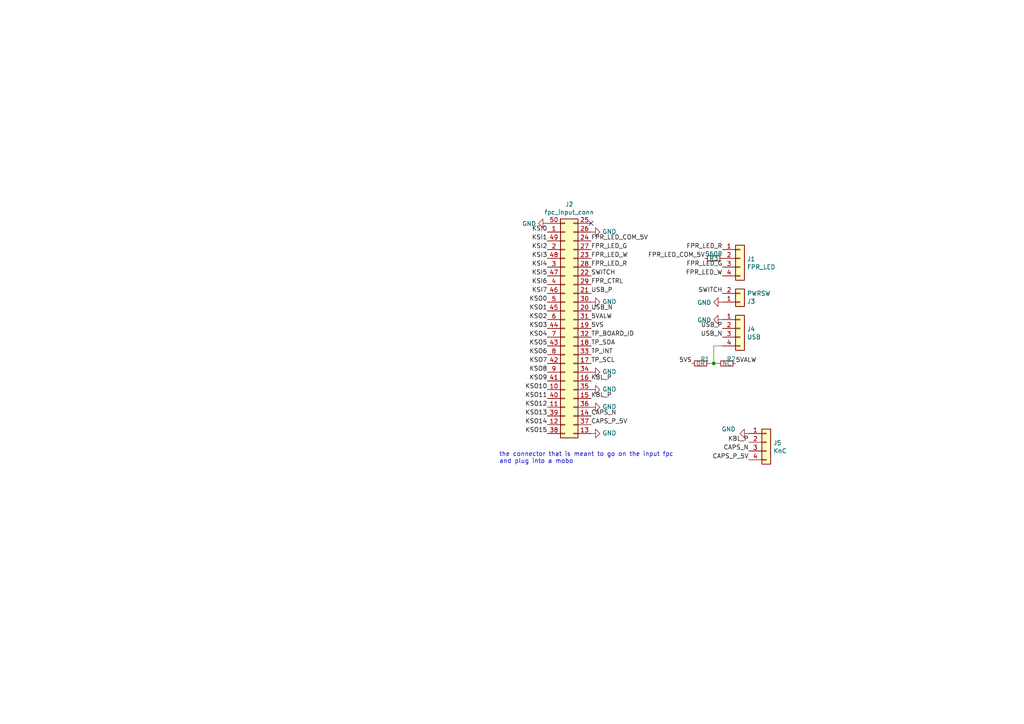
<source format=kicad_sch>
(kicad_sch (version 20211123) (generator eeschema)
  (paper "A4")
  (lib_symbols
    (symbol "Connector_Generic:Conn_01x02" (pin_names (offset 1.016) hide)
      (property "Reference" "J" (at 0 2.54 0))
      (property "Value" "Conn_01x02" (at 0 -5.08 0))
      (symbol "Conn_01x02_1_1"
        (rectangle (start -1.27 -2.413) (end 0 -2.667) (stroke (width 0.1524)))
        (rectangle (start -1.27 0.127) (end 0 -0.127) (stroke (width 0.1524)))
        (rectangle (start -1.27 1.27) (end 1.27 -3.81) (stroke (width 0.254)) (fill (type background)))
        (pin passive line (at -5.08 0 0) (length 3.81) (name "Pin_1") (number "1"))
        (pin passive line (at -5.08 -2.54 0) (length 3.81) (name "Pin_2") (number "2"))
      )
    )
    (symbol "Connector_Generic:Conn_01x04" (pin_names (offset 1.016) hide)
      (property "Reference" "J" (at 0 5.08 0))
      (property "Value" "Conn_01x04" (at 0 -7.62 0))
      (symbol "Conn_01x04_1_1"
        (rectangle (start -1.27 -4.953) (end 0 -5.207) (stroke (width 0.1524)))
        (rectangle (start -1.27 -2.413) (end 0 -2.667) (stroke (width 0.1524)))
        (rectangle (start -1.27 0.127) (end 0 -0.127) (stroke (width 0.1524)))
        (rectangle (start -1.27 2.667) (end 0 2.413) (stroke (width 0.1524)))
        (rectangle (start -1.27 3.81) (end 1.27 -6.35) (stroke (width 0.254)) (fill (type background)))
        (pin passive line (at -5.08 2.54 0) (length 3.81) (name "Pin_1") (number "1"))
        (pin passive line (at -5.08 0 0) (length 3.81) (name "Pin_2") (number "2"))
        (pin passive line (at -5.08 -2.54 0) (length 3.81) (name "Pin_3") (number "3"))
        (pin passive line (at -5.08 -5.08 0) (length 3.81) (name "Pin_4") (number "4"))
      )
    )
    (symbol "Device:R_Small" (pin_numbers hide) (pin_names (offset 0.254) hide)
      (property "Reference" "R" (at 0.762 0.508 0))
      (property "Value" "R_Small" (at 0.762 -1.016 0))
      (symbol "R_Small_0_1"
        (rectangle (start -0.762 1.778) (end 0.762 -1.778) (stroke (width 0.2032)))
      )
      (symbol "R_Small_1_1"
        (pin passive line (at 0 2.54 270) (length 0.762) (name "~") (number "1"))
        (pin passive line (at 0 -2.54 90) (length 0.762) (name "~") (number "2"))
      )
    )
    (symbol "frmw_conn:fpc_input_conn" (pin_names (offset 1.016) hide)
      (property "Reference" "J" (at 1.27 33.02 0))
      (property "Value" "fpc_input_conn" (at 7.62 -34.29 0))
      (symbol "fpc_input_conn_1_1"
        (rectangle (start -1.27 -30.353) (end 0 -30.607) (stroke (width 0.1524)))
        (rectangle (start -1.27 -27.813) (end 0 -28.067) (stroke (width 0.1524)))
        (rectangle (start -1.27 -25.273) (end 0 -25.527) (stroke (width 0.1524)))
        (rectangle (start -1.27 -22.733) (end 0 -22.987) (stroke (width 0.1524)))
        (rectangle (start -1.27 -20.193) (end 0 -20.447) (stroke (width 0.1524)))
        (rectangle (start -1.27 -17.653) (end 0 -17.907) (stroke (width 0.1524)))
        (rectangle (start -1.27 -15.113) (end 0 -15.367) (stroke (width 0.1524)))
        (rectangle (start -1.27 -12.573) (end 0 -12.827) (stroke (width 0.1524)))
        (rectangle (start -1.27 -10.033) (end 0 -10.287) (stroke (width 0.1524)))
        (rectangle (start -1.27 -7.493) (end 0 -7.747) (stroke (width 0.1524)))
        (rectangle (start -1.27 -4.953) (end 0 -5.207) (stroke (width 0.1524)))
        (rectangle (start -1.27 -2.413) (end 0 -2.667) (stroke (width 0.1524)))
        (rectangle (start -1.27 0.127) (end 0 -0.127) (stroke (width 0.1524)))
        (rectangle (start -1.27 2.667) (end 0 2.413) (stroke (width 0.1524)))
        (rectangle (start -1.27 5.207) (end 0 4.953) (stroke (width 0.1524)))
        (rectangle (start -1.27 7.747) (end 0 7.493) (stroke (width 0.1524)))
        (rectangle (start -1.27 10.287) (end 0 10.033) (stroke (width 0.1524)))
        (rectangle (start -1.27 12.827) (end 0 12.573) (stroke (width 0.1524)))
        (rectangle (start -1.27 15.367) (end 0 15.113) (stroke (width 0.1524)))
        (rectangle (start -1.27 17.907) (end 0 17.653) (stroke (width 0.1524)))
        (rectangle (start -1.27 20.447) (end 0 20.193) (stroke (width 0.1524)))
        (rectangle (start -1.27 22.987) (end 0 22.733) (stroke (width 0.1524)))
        (rectangle (start -1.27 25.527) (end 0 25.273) (stroke (width 0.1524)))
        (rectangle (start -1.27 28.067) (end 0 27.813) (stroke (width 0.1524)))
        (rectangle (start -1.27 30.607) (end 0 30.353) (stroke (width 0.1524)))
        (rectangle (start -1.27 31.75) (end 3.81 -31.75) (stroke (width 0.254)) (fill (type background)))
        (rectangle (start 3.81 -30.353) (end 2.54 -30.607) (stroke (width 0.1524)))
        (rectangle (start 3.81 -27.813) (end 2.54 -28.067) (stroke (width 0.1524)))
        (rectangle (start 3.81 -25.273) (end 2.54 -25.527) (stroke (width 0.1524)))
        (rectangle (start 3.81 -22.733) (end 2.54 -22.987) (stroke (width 0.1524)))
        (rectangle (start 3.81 -20.193) (end 2.54 -20.447) (stroke (width 0.1524)))
        (rectangle (start 3.81 -17.653) (end 2.54 -17.907) (stroke (width 0.1524)))
        (rectangle (start 3.81 -15.113) (end 2.54 -15.367) (stroke (width 0.1524)))
        (rectangle (start 3.81 -12.573) (end 2.54 -12.827) (stroke (width 0.1524)))
        (rectangle (start 3.81 -10.033) (end 2.54 -10.287) (stroke (width 0.1524)))
        (rectangle (start 3.81 -7.493) (end 2.54 -7.747) (stroke (width 0.1524)))
        (rectangle (start 3.81 -4.953) (end 2.54 -5.207) (stroke (width 0.1524)))
        (rectangle (start 3.81 -2.413) (end 2.54 -2.667) (stroke (width 0.1524)))
        (rectangle (start 3.81 0.127) (end 2.54 -0.127) (stroke (width 0.1524)))
        (rectangle (start 3.81 2.667) (end 2.54 2.413) (stroke (width 0.1524)))
        (rectangle (start 3.81 5.207) (end 2.54 4.953) (stroke (width 0.1524)))
        (rectangle (start 3.81 7.747) (end 2.54 7.493) (stroke (width 0.1524)))
        (rectangle (start 3.81 10.287) (end 2.54 10.033) (stroke (width 0.1524)))
        (rectangle (start 3.81 12.827) (end 2.54 12.573) (stroke (width 0.1524)))
        (rectangle (start 3.81 15.367) (end 2.54 15.113) (stroke (width 0.1524)))
        (rectangle (start 3.81 17.907) (end 2.54 17.653) (stroke (width 0.1524)))
        (rectangle (start 3.81 20.447) (end 2.54 20.193) (stroke (width 0.1524)))
        (rectangle (start 3.81 22.987) (end 2.54 22.733) (stroke (width 0.1524)))
        (rectangle (start 3.81 25.527) (end 2.54 25.273) (stroke (width 0.1524)))
        (rectangle (start 3.81 28.067) (end 2.54 27.813) (stroke (width 0.1524)))
        (rectangle (start 3.81 30.607) (end 2.54 30.353) (stroke (width 0.1524)))
        (pin passive line (at -5.08 27.94 0) (length 3.81) (name "Pin_1") (number "1"))
        (pin passive line (at -5.08 -17.78 0) (length 3.81) (name "Pin_10") (number "10"))
        (pin passive line (at -5.08 -22.86 0) (length 3.81) (name "Pin_11") (number "11"))
        (pin passive line (at -5.08 -27.94 0) (length 3.81) (name "Pin_12") (number "12"))
        (pin passive line (at 7.62 -30.48 180) (length 3.81) (name "Pin_13") (number "13"))
        (pin passive line (at 7.62 -25.4 180) (length 3.81) (name "Pin_14") (number "14"))
        (pin passive line (at 7.62 -20.32 180) (length 3.81) (name "Pin_15") (number "15"))
        (pin passive line (at 7.62 -15.24 180) (length 3.81) (name "Pin_16") (number "16"))
        (pin passive line (at 7.62 -10.16 180) (length 3.81) (name "Pin_17") (number "17"))
        (pin passive line (at 7.62 -5.08 180) (length 3.81) (name "Pin_18") (number "18"))
        (pin passive line (at 7.62 0 180) (length 3.81) (name "Pin_19") (number "19"))
        (pin passive line (at -5.08 22.86 0) (length 3.81) (name "Pin_2") (number "2"))
        (pin passive line (at 7.62 5.08 180) (length 3.81) (name "Pin_20") (number "20"))
        (pin passive line (at 7.62 10.16 180) (length 3.81) (name "Pin_21") (number "21"))
        (pin passive line (at 7.62 15.24 180) (length 3.81) (name "Pin_22") (number "22"))
        (pin passive line (at 7.62 20.32 180) (length 3.81) (name "Pin_23") (number "23"))
        (pin passive line (at 7.62 25.4 180) (length 3.81) (name "Pin_24") (number "24"))
        (pin passive line (at 7.62 30.48 180) (length 3.81) (name "Pin_25") (number "25"))
        (pin passive line (at 7.62 27.94 180) (length 3.81) (name "Pin_26") (number "26"))
        (pin passive line (at 7.62 22.86 180) (length 3.81) (name "Pin_27") (number "27"))
        (pin passive line (at 7.62 17.78 180) (length 3.81) (name "Pin_28") (number "28"))
        (pin passive line (at 7.62 12.7 180) (length 3.81) (name "Pin_29") (number "29"))
        (pin passive line (at -5.08 17.78 0) (length 3.81) (name "Pin_3") (number "3"))
        (pin passive line (at 7.62 7.62 180) (length 3.81) (name "Pin_30") (number "30"))
        (pin passive line (at 7.62 2.54 180) (length 3.81) (name "Pin_31") (number "31"))
        (pin passive line (at 7.62 -2.54 180) (length 3.81) (name "Pin_32") (number "32"))
        (pin passive line (at 7.62 -7.62 180) (length 3.81) (name "Pin_33") (number "33"))
        (pin passive line (at 7.62 -12.7 180) (length 3.81) (name "Pin_34") (number "34"))
        (pin passive line (at 7.62 -17.78 180) (length 3.81) (name "Pin_35") (number "35"))
        (pin passive line (at 7.62 -22.86 180) (length 3.81) (name "Pin_36") (number "36"))
        (pin passive line (at 7.62 -27.94 180) (length 3.81) (name "Pin_37") (number "37"))
        (pin passive line (at -5.08 -30.48 0) (length 3.81) (name "Pin_38") (number "38"))
        (pin passive line (at -5.08 -25.4 0) (length 3.81) (name "Pin_39") (number "39"))
        (pin passive line (at -5.08 12.7 0) (length 3.81) (name "Pin_4") (number "4"))
        (pin passive line (at -5.08 -20.32 0) (length 3.81) (name "Pin_40") (number "40"))
        (pin passive line (at -5.08 -15.24 0) (length 3.81) (name "Pin_41") (number "41"))
        (pin passive line (at -5.08 -10.16 0) (length 3.81) (name "Pin_42") (number "42"))
        (pin passive line (at -5.08 -5.08 0) (length 3.81) (name "Pin_43") (number "43"))
        (pin passive line (at -5.08 0 0) (length 3.81) (name "Pin_44") (number "44"))
        (pin passive line (at -5.08 5.08 0) (length 3.81) (name "Pin_45") (number "45"))
        (pin passive line (at -5.08 10.16 0) (length 3.81) (name "Pin_46") (number "46"))
        (pin passive line (at -5.08 15.24 0) (length 3.81) (name "Pin_47") (number "47"))
        (pin passive line (at -5.08 20.32 0) (length 3.81) (name "Pin_48") (number "48"))
        (pin passive line (at -5.08 25.4 0) (length 3.81) (name "Pin_49") (number "49"))
        (pin passive line (at -5.08 7.62 0) (length 3.81) (name "Pin_5") (number "5"))
        (pin passive line (at -5.08 30.48 0) (length 3.81) (name "Pin_50") (number "50"))
        (pin passive line (at -5.08 2.54 0) (length 3.81) (name "Pin_6") (number "6"))
        (pin passive line (at -5.08 -2.54 0) (length 3.81) (name "Pin_7") (number "7"))
        (pin passive line (at -5.08 -7.62 0) (length 3.81) (name "Pin_8") (number "8"))
        (pin passive line (at -5.08 -12.7 0) (length 3.81) (name "Pin_9") (number "9"))
      )
    )
    (symbol "power:GND" (power) (pin_names (offset 0))
      (property "Value" "GND" (at 0 -3.81 0))
      (symbol "GND_0_1"
        (polyline (pts (xy 0 0) (xy 0 -1.27) (xy 1.27 -1.27) (xy 0 -2.54) (xy -1.27 -1.27) (xy 0 -1.27)))
      )
      (symbol "GND_1_1"
        (pin power_in line (at 0 0 270) (length 0) hide (name "GND") (number "1"))
      )
    )
  )
  (junction (at 207.01 105.41))
  (no_connect (at 171.45 64.77))
  (wire (pts (xy 205.74 105.41) (xy 207.01 105.41)))
  (wire (pts (xy 207.01 105.41) (xy 208.28 105.41)))
  (wire (pts (xy 207.01 100.33) (xy 207.01 105.41)))
  (wire (pts (xy 207.01 100.33) (xy 209.55 100.33)))
  (text "the connector that is meant to go on the input fpc\nand plug into a mobo" (at 144.78 134.62 0) (effects (font (size 1.27 1.27)) (justify left bottom)))
  (label "KSO14" (at 158.75 123.19 180))
  (label "KSO3" (at 158.75 95.25 180))
  (label "FPR_LED_R" (at 209.55 72.39 180))
  (label "TP_SCL" (at 171.45 105.41 0))
  (label "USB_N" (at 209.55 97.79 180))
  (label "FPR_LED_G" (at 209.55 77.47 180))
  (label "KSO4" (at 158.75 97.79 180))
  (label "KSO5" (at 158.75 100.33 180))
  (label "5VALW" (at 171.45 92.71 0))
  (label "KSO0" (at 158.75 87.63 180))
  (label "FPR_LED_COM_5V" (at 204.47 74.93 180))
  (label "FPR_LED_COM_5V" (at 171.45 69.85 0))
  (label "FPR_LED_R" (at 171.45 77.47 0))
  (label "USB_N" (at 171.45 90.17 0))
  (label "KSI7" (at 158.75 85.09 180))
  (label "KSO1" (at 158.75 90.17 180))
  (label "KSI6" (at 158.75 82.55 180))
  (label "KSO12" (at 158.75 118.11 180))
  (label "KSI1" (at 158.75 69.85 180))
  (label "CAPS_N" (at 217.17 130.81 180))
  (label "KSI4" (at 158.75 77.47 180))
  (label "KSO2" (at 158.75 92.71 180))
  (label "SWITCH" (at 171.45 80.01 0))
  (label "KBL_P" (at 171.45 110.49 0))
  (label "5VS" (at 200.66 105.41 180))
  (label "KSI2" (at 158.75 72.39 180))
  (label "KBL_P" (at 217.17 128.27 180))
  (label "KSO6" (at 158.75 102.87 180))
  (label "KSO8" (at 158.75 107.95 180))
  (label "CAPS_P_5V" (at 217.17 133.35 180))
  (label "KSO9" (at 158.75 110.49 180))
  (label "KSO11" (at 158.75 115.57 180))
  (label "SWITCH" (at 209.55 85.09 180))
  (label "CAPS_N" (at 171.45 120.65 0))
  (label "KSO13" (at 158.75 120.65 180))
  (label "FPR_LED_G" (at 171.45 72.39 0))
  (label "KSI0" (at 158.75 67.31 180))
  (label "USB_P" (at 171.45 85.09 0))
  (label "FPR_LED_W" (at 171.45 74.93 0))
  (label "TP_SDA" (at 171.45 100.33 0))
  (label "KSI3" (at 158.75 74.93 180))
  (label "FPR_CTRL" (at 171.45 82.55 0))
  (label "CAPS_P_5V" (at 171.45 123.19 0))
  (label "KSI5" (at 158.75 80.01 180))
  (label "TP_BOARD_ID" (at 171.45 97.79 0))
  (label "5VS" (at 171.45 95.25 0))
  (label "TP_INT" (at 171.45 102.87 0))
  (label "FPR_LED_W" (at 209.55 80.01 180))
  (label "5VALW" (at 213.36 105.41 0))
  (label "KBL_P" (at 171.45 115.57 0))
  (label "KSO7" (at 158.75 105.41 180))
  (label "KSO10" (at 158.75 113.03 180))
  (label "KSO15" (at 158.75 125.73 180))
  (label "USB_P" (at 209.55 95.25 180))
  (symbol (lib_id "power:GND") (at 158.75 64.77 270) (unit 1)
    (property "Reference" "#PWR0108" (effects hide))
    (property "Value" "GND" (at 155.4988 64.897 90) (effects (justify right)))
  )
  (symbol (lib_id "power:GND") (at 171.45 87.63 90) (unit 1)
    (property "Reference" "#PWR0113" (effects hide))
    (property "Value" "GND" (at 174.7012 87.503 90) (effects (justify right)))
  )
  (symbol (lib_id "power:GND") (at 171.45 67.31 90) (unit 1)
    (property "Reference" "#PWR0114" (effects hide))
    (property "Value" "GND" (at 174.7012 67.183 90) (effects (justify right)))
  )
  (symbol (lib_id "Connector_Generic:Conn_01x02") (at 214.63 87.63 0) (mirror x) (unit 1)
    (property "Reference" "J3" (at 216.662 87.4268 0) (effects (justify left)))
    (property "Value" "PWRSW" (at 216.662 85.1154 0) (effects (justify left)))
    (property "Footprint" "Connector_PinHeader_2.54mm:PinHeader_1x02_P2.54mm_Vertical" (effects hide))
  )
  (symbol (lib_id "power:GND") (at 209.55 87.63 270) (unit 1)
    (property "Reference" "#PWR03" (effects hide))
    (property "Value" "GND" (at 206.2988 87.757 90) (effects (justify right)))
  )
  (symbol (lib_id "Connector_Generic:Conn_01x04") (at 214.63 95.25 0) (unit 1)
    (property "Reference" "J4" (at 216.662 95.4532 0) (effects (justify left)))
    (property "Value" "USB" (at 216.662 97.7646 0) (effects (justify left)))
    (property "Footprint" "Connector_PinHeader_2.00mm:PinHeader_1x04_P2.00mm_Vertical" (effects hide))
  )
  (symbol (lib_id "Connector_Generic:Conn_01x04") (at 214.63 74.93 0) (unit 1)
    (property "Reference" "J1" (at 216.662 75.1332 0) (effects (justify left)))
    (property "Value" "FPR_LED" (at 216.662 77.4446 0) (effects (justify left)))
    (property "Footprint" "Connector_PinHeader_1.27mm:PinHeader_1x04_P1.27mm_Vertical" (effects hide))
  )
  (symbol (lib_id "Device:R_Small") (at 210.82 105.41 90) (unit 1)
    (property "Reference" "R2" (at 212.09 104.14 90))
    (property "Value" "NC" (at 210.82 105.41 90))
    (property "Footprint" "Resistor_SMD:R_0603_1608Metric" (effects hide))
  )
  (symbol (lib_id "Device:R_Small") (at 203.2 105.41 90) (unit 1)
    (property "Reference" "R1" (at 204.47 104.14 90))
    (property "Value" "0R" (at 203.2 105.41 90))
    (property "Footprint" "Resistor_SMD:R_0603_1608Metric" (effects hide))
  )
  (symbol (lib_id "power:GND") (at 209.55 92.71 270) (unit 1)
    (property "Reference" "#PWR04" (effects hide))
    (property "Value" "GND" (at 206.2988 92.837 90) (effects (justify right)))
  )
  (symbol (lib_id "Device:R_Small") (at 207.01 74.93 90) (unit 1)
    (property "Reference" "R3" (at 207.01 74.93 90))
    (property "Value" "560R" (at 207.01 73.66 90))
    (property "Footprint" "Resistor_SMD:R_0603_1608Metric" (effects hide))
  )
  (symbol (lib_id "power:GND") (at 171.45 107.95 90) (unit 1)
    (property "Reference" "#PWR01" (effects hide))
    (property "Value" "GND" (at 174.7012 107.823 90) (effects (justify right)))
  )
  (symbol (lib_id "frmw_conn:fpc_input_conn") (at 163.83 95.25 0) (unit 1)
    (property "Reference" "J2" (at 165.1 59.2582 0))
    (property "Value" "fpc_input_conn" (at 165.1 61.5696 0))
    (property "Footprint" "framework_input_brkt:Amphenol_10156001" (effects hide))
  )
  (symbol (lib_id "power:GND") (at 171.45 113.03 90) (unit 1)
    (property "Reference" "#PWR0101" (effects hide))
    (property "Value" "GND" (at 174.7012 112.903 90) (effects (justify right)))
  )
  (symbol (lib_id "power:GND") (at 171.45 118.11 90) (unit 1)
    (property "Reference" "#PWR0102" (effects hide))
    (property "Value" "GND" (at 174.7012 117.983 90) (effects (justify right)))
  )
  (symbol (lib_id "power:GND") (at 171.45 125.73 90) (unit 1)
    (property "Reference" "#PWR0103" (effects hide))
    (property "Value" "GND" (at 174.7012 125.603 90) (effects (justify right)))
  )
  (symbol (lib_id "Connector_Generic:Conn_01x04") (at 222.25 128.27 0) (unit 1)
    (property "Reference" "J5" (at 224.282 128.4732 0) (effects (justify left)))
    (property "Value" "KnC" (at 224.282 130.7846 0) (effects (justify left)))
    (property "Footprint" "Connector_PinHeader_2.00mm:PinHeader_1x04_P2.00mm_Vertical" (effects hide))
  )
  (symbol (lib_id "power:GND") (at 217.17 125.73 270) (unit 1)
    (property "Reference" "#PWR0104" (effects hide))
    (property "Value" "GND" (at 213.36 124.46 90) (effects (justify right)))
  )
)
</source>
